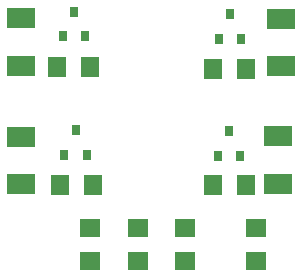
<source format=gbr>
G04 EAGLE Gerber RS-274X export*
G75*
%MOMM*%
%FSLAX34Y34*%
%LPD*%
%INSolderpaste Bottom*%
%IPPOS*%
%AMOC8*
5,1,8,0,0,1.08239X$1,22.5*%
G01*
%ADD10R,2.400000X1.800000*%
%ADD11R,0.800000X0.900000*%
%ADD12R,1.800000X1.600000*%
%ADD13R,1.600000X1.800000*%


D10*
X96346Y212904D03*
X96346Y253404D03*
X96316Y112747D03*
X96316Y153247D03*
X316234Y212618D03*
X316234Y253118D03*
X313705Y113318D03*
X313705Y153818D03*
D11*
X150338Y238072D03*
X131338Y238072D03*
X140838Y259072D03*
X151705Y137736D03*
X132705Y137736D03*
X142205Y158736D03*
X282379Y236156D03*
X263379Y236156D03*
X272879Y257156D03*
X281392Y136554D03*
X262392Y136554D03*
X271892Y157554D03*
D12*
X194703Y47890D03*
X194703Y75890D03*
D13*
X126505Y211823D03*
X154505Y211823D03*
D12*
X154644Y47911D03*
X154644Y75911D03*
D13*
X128655Y112397D03*
X156655Y112397D03*
D12*
X234568Y48159D03*
X234568Y76159D03*
D13*
X258177Y210531D03*
X286177Y210531D03*
D12*
X294637Y47987D03*
X294637Y75987D03*
D13*
X258246Y112040D03*
X286246Y112040D03*
M02*

</source>
